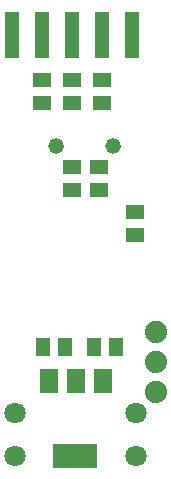
<source format=gbs>
G75*
%MOIN*%
%OFA0B0*%
%FSLAX25Y25*%
%IPPOS*%
%LPD*%
%AMOC8*
5,1,8,0,0,1.08239X$1,22.5*
%
%ADD10R,0.05906X0.05118*%
%ADD11C,0.05200*%
%ADD12R,0.05900X0.07900*%
%ADD13R,0.15000X0.07900*%
%ADD14R,0.05118X0.05906*%
%ADD15R,0.05000X0.15748*%
%ADD16C,0.07400*%
%ADD17R,0.06299X0.05118*%
%ADD18C,0.07087*%
D10*
X0049107Y0099260D03*
X0049107Y0106740D03*
X0058107Y0106740D03*
X0058107Y0099260D03*
X0070107Y0091740D03*
X0070107Y0084260D03*
D11*
X0062607Y0114000D03*
X0043607Y0114000D03*
D12*
X0041207Y0035400D03*
X0050207Y0035400D03*
X0059207Y0035400D03*
D13*
X0050107Y0010600D03*
D14*
X0046847Y0047000D03*
X0039366Y0047000D03*
X0056366Y0047000D03*
X0063847Y0047000D03*
D15*
X0059107Y0151000D03*
X0069107Y0151000D03*
X0049107Y0151000D03*
X0039107Y0151000D03*
X0029107Y0151000D03*
D16*
X0077107Y0052000D03*
X0077107Y0042000D03*
X0077107Y0032000D03*
D17*
X0059107Y0128260D03*
X0059107Y0135740D03*
X0049107Y0135740D03*
X0049107Y0128260D03*
X0039107Y0128260D03*
X0039107Y0135740D03*
D18*
X0029929Y0010394D03*
X0029929Y0024961D03*
X0070284Y0024961D03*
X0070284Y0010394D03*
M02*

</source>
